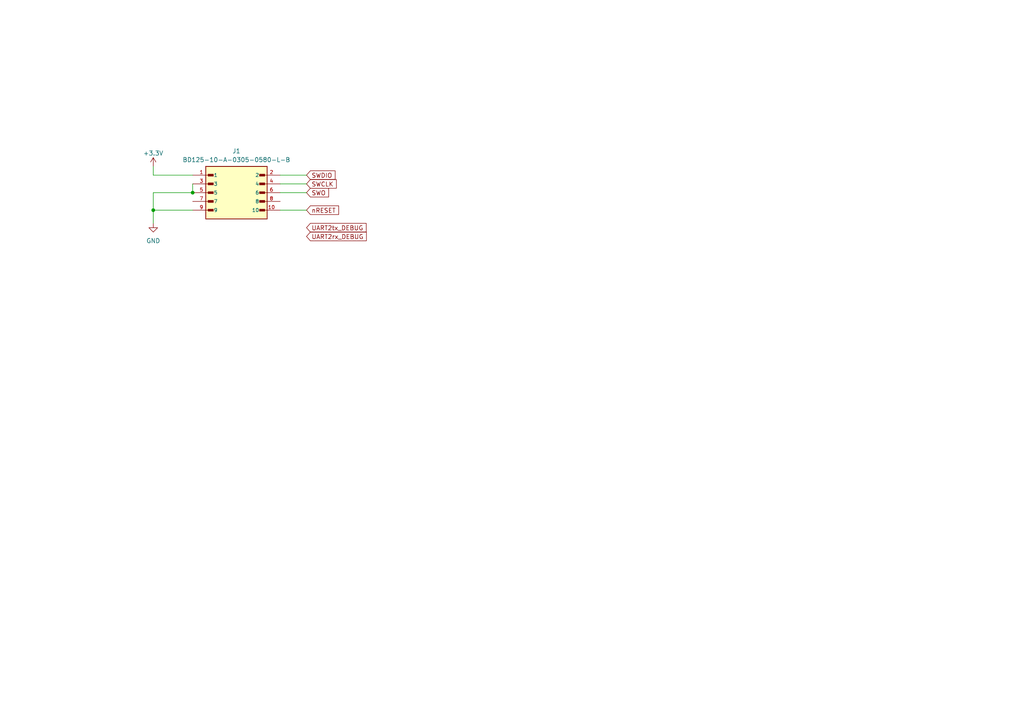
<source format=kicad_sch>
(kicad_sch (version 20230121) (generator eeschema)
  (paper "A4")
  (lib_symbols
    (symbol "GS_Connector:BD125-10-A-0305-0580-L-B" (pin_names (offset 1.016))
      (property "Reference" "J" (at -8.89 8.255 0))
      (property "Value" "BD125-10-A-0305-0580-L-B" (at -8.89 -10.16 0))
      (symbol "BD125-10-A-0305-0580-L-B_0_0"
        (rectangle (start -8.89 -7.62) (end 8.89 7.62) (stroke (width 0.254)) (fill (type background)))
        (rectangle (start -8.255 -5.3975) (end -6.6675 -4.7625) (stroke (width 0.1)) (fill (type outline)))
        (rectangle (start -8.255 -2.8575) (end -6.6675 -2.2225) (stroke (width 0.1)) (fill (type outline)))
        (rectangle (start -8.255 -0.3175) (end -6.6675 0.3175) (stroke (width 0.1)) (fill (type outline)))
        (rectangle (start -8.255 2.2225) (end -6.6675 2.8575) (stroke (width 0.1)) (fill (type outline)))
        (rectangle (start -8.255 4.7625) (end -6.6675 5.3975) (stroke (width 0.1)) (fill (type outline)))
        (rectangle (start 6.6675 -5.3975) (end 8.255 -4.7625) (stroke (width 0.1)) (fill (type outline)))
        (rectangle (start 6.6675 -2.8575) (end 8.255 -2.2225) (stroke (width 0.1)) (fill (type outline)))
        (rectangle (start 6.6675 -0.3175) (end 8.255 0.3175) (stroke (width 0.1)) (fill (type outline)))
        (rectangle (start 6.6675 2.2225) (end 8.255 2.8575) (stroke (width 0.1)) (fill (type outline)))
        (rectangle (start 6.6675 4.7625) (end 8.255 5.3975) (stroke (width 0.1)) (fill (type outline)))
        (pin passive line (at -12.7 5.08 0) (length 5.08) (name "1") (number "1"))
        (pin passive line (at 12.7 -5.08 180) (length 5.08) (name "10") (number "10"))
        (pin passive line (at 12.7 5.08 180) (length 5.08) (name "2") (number "2"))
        (pin passive line (at -12.7 2.54 0) (length 5.08) (name "3") (number "3"))
        (pin passive line (at 12.7 2.54 180) (length 5.08) (name "4") (number "4"))
        (pin passive line (at -12.7 0 0) (length 5.08) (name "5") (number "5"))
        (pin passive line (at 12.7 0 180) (length 5.08) (name "6") (number "6"))
        (pin passive line (at -12.7 -2.54 0) (length 5.08) (name "7") (number "7"))
        (pin passive line (at 12.7 -2.54 180) (length 5.08) (name "8") (number "8"))
        (pin passive line (at -12.7 -5.08 0) (length 5.08) (name "9") (number "9"))
      )
    )
    (symbol "power:+3.3V" (power) (pin_names (offset 0))
      (property "Value" "+3.3V" (at 0 3.556 0))
      (symbol "+3.3V_0_1"
        (polyline (pts (xy -0.762 1.27) (xy 0 2.54)))
        (polyline (pts (xy 0 0) (xy 0 2.54)))
        (polyline (pts (xy 0 2.54) (xy 0.762 1.27)))
      )
      (symbol "+3.3V_1_1"
        (pin power_in line (at 0 0 90) (length 0) hide (name "+3.3V") (number "1"))
      )
    )
    (symbol "power:GND" (power) (pin_names (offset 0))
      (property "Value" "GND" (at 0 -3.81 0))
      (symbol "GND_0_1"
        (polyline (pts (xy 0 0) (xy 0 -1.27) (xy 1.27 -1.27) (xy 0 -2.54) (xy -1.27 -1.27) (xy 0 -1.27)))
      )
      (symbol "GND_1_1"
        (pin power_in line (at 0 0 270) (length 0) hide (name "GND") (number "1"))
      )
    )
  )
  (junction (at 55.88 55.88))
  (junction (at 44.45 60.96))
  (wire (pts (xy 55.88 55.88) (xy 44.45 55.88)))
  (wire (pts (xy 88.9 50.8) (xy 81.28 50.8)))
  (wire (pts (xy 88.9 60.96) (xy 81.28 60.96)))
  (wire (pts (xy 88.9 53.34) (xy 81.28 53.34)))
  (wire (pts (xy 44.45 55.88) (xy 44.45 60.96)))
  (wire (pts (xy 55.88 53.34) (xy 55.88 55.88)))
  (wire (pts (xy 44.45 64.77) (xy 44.45 60.96)))
  (wire (pts (xy 88.9 55.88) (xy 81.28 55.88)))
  (wire (pts (xy 44.45 60.96) (xy 55.88 60.96)))
  (wire (pts (xy 44.45 48.26) (xy 44.45 50.8)))
  (wire (pts (xy 44.45 50.8) (xy 55.88 50.8)))
  (global_label "nRESET" (shape input) (at 88.9 60.96 0) (property "Intersheetrefs" "${INTERSHEET_REFS}" (effects hide)))
  (global_label "SWDIO" (shape input) (at 88.9 50.8 0) (property "Intersheetrefs" "${INTERSHEET_REFS}" (effects hide)))
  (global_label "UART2tx_DEBUG" (shape input) (at 88.9 66.04 0) (property "Intersheetrefs" "${INTERSHEET_REFS}" (effects hide)))
  (global_label "SWCLK" (shape input) (at 88.9 53.34 0) (property "Intersheetrefs" "${INTERSHEET_REFS}" (effects hide)))
  (global_label "SWO" (shape input) (at 88.9 55.88 0) (property "Intersheetrefs" "${INTERSHEET_REFS}" (effects hide)))
  (global_label "UART2rx_DEBUG" (shape input) (at 88.9 68.58 0) (property "Intersheetrefs" "${INTERSHEET_REFS}" (effects hide)))
  (symbol (lib_id "GS_Connector:BD125-10-A-0305-0580-L-B") (at 68.58 55.88 0) (unit 1)
    (property "Reference" "J1" (at 68.58 43.815 0))
    (property "Value" "BD125-10-A-0305-0580-L-B" (at 68.58 46.355 0))
    (property "Footprint" "BD125-10-A-0305-0580-L-B:GCT_BD125-10-A-0305-0580-L-B" (effects hide))
    (property "PARTREV" "A" (effects hide))
    (property "STANDARD" "Manufacturer Recommendations" (effects hide))
    (property "MAXIMUM_PACKAGE_HEIGHT" "6.37mm" (effects hide))
    (property "MANUFACTURER" "Global Connector Technology" (effects hide))
  )
  (symbol (lib_id "power:+3.3V") (at 44.45 48.26 0) (unit 1)
    (property "Reference" "#PWR018" (effects hide))
    (property "Value" "+3.3V" (at 44.45 44.45 0))
  )
  (symbol (lib_id "power:GND") (at 44.45 64.77 0) (unit 1)
    (property "Reference" "#PWR019" (effects hide))
    (property "Value" "GND" (at 44.45 69.85 0))
  )
)
</source>
